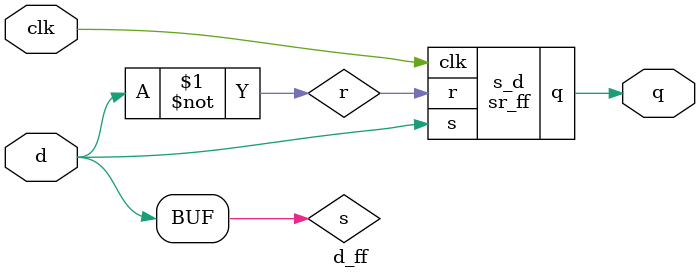
<source format=v>
module sr_ff(s,r,clk,q);
input wire s,r,clk;
output reg q;

always@(posedge clk)begin
	if(s==1 && r==0)begin 
		q<=1;
	end
	else if(s==0 && r==1)begin 
		q<=0;
	end
end

endmodule

module d_ff(d,clk,q);
input wire  d,clk;
output reg q;

wire s,r;

assign s=d;
assign r=~d;

sr_ff s_d(.s(s),.r(r),.clk(clk),.q(q));
endmodule

</source>
